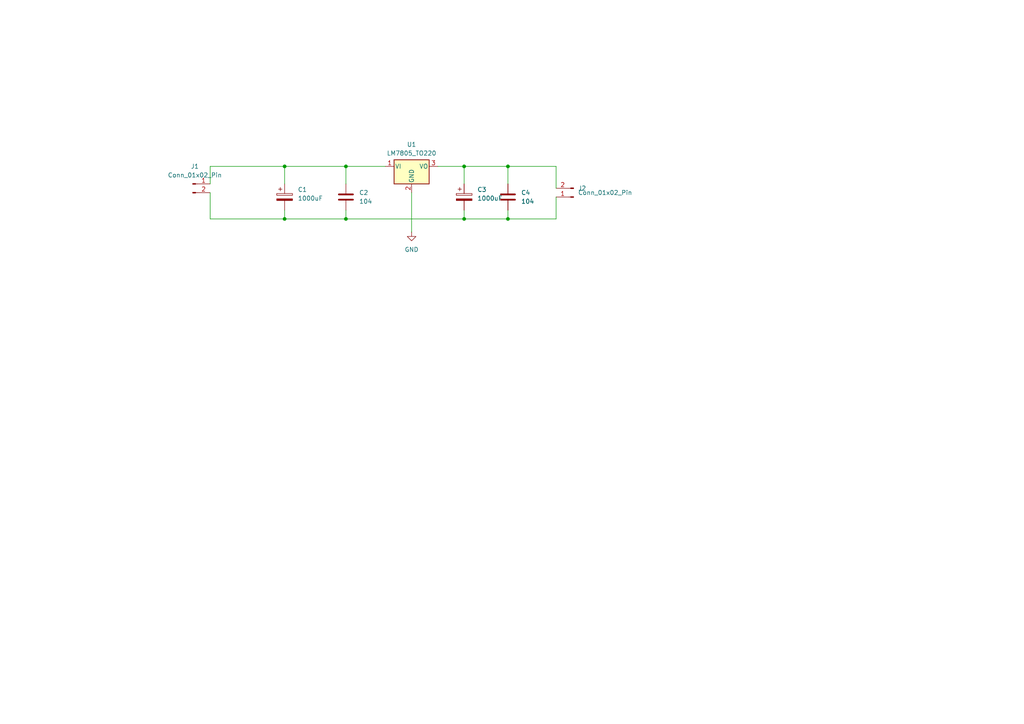
<source format=kicad_sch>
(kicad_sch (version 20250114) (generator "eeschema") (generator_version "9.0")
  (paper "A4")
  (lib_symbols
    (symbol "Connector:Conn_01x02_Pin" (pin_names (offset 1.016) (hide yes))
      (property "Reference" "J" (at 0 2.54 0))
      (property "Value" "Conn_01x02_Pin" (at 0 -5.08 0))
      (symbol "Conn_01x02_Pin_1_1"
        (rectangle (start 0.8636 0.127) (end 0 -0.127) (stroke (width 0.1524)) (fill (type outline)))
        (rectangle (start 0.8636 -2.413) (end 0 -2.667) (stroke (width 0.1524)) (fill (type outline)))
        (polyline (pts (xy 1.27 0) (xy 0.8636 0)) (stroke (width 0.1524)))
        (polyline (pts (xy 1.27 -2.54) (xy 0.8636 -2.54)) (stroke (width 0.1524)))
        (pin passive line (at 5.08 0 180) (length 3.81) (name "Pin_1") (number "1"))
        (pin passive line (at 5.08 -2.54 180) (length 3.81) (name "Pin_2") (number "2"))
      )
    )
    (symbol "Device:C" (pin_numbers (hide yes)) (pin_names (offset 0.254))
      (property "Reference" "C" (at 0.635 2.54 0))
      (property "Value" "C" (at 0.635 -2.54 0))
      (symbol "C_0_1"
        (polyline (pts (xy -2.032 0.762) (xy 2.032 0.762)) (stroke (width 0.508)))
        (polyline (pts (xy -2.032 -0.762) (xy 2.032 -0.762)) (stroke (width 0.508)))
      )
      (symbol "C_1_1"
        (pin passive line (at 0 3.81 270) (length 2.794) (name "~") (number "1"))
        (pin passive line (at 0 -3.81 90) (length 2.794) (name "~") (number "2"))
      )
    )
    (symbol "Device:C_Polarized" (pin_numbers (hide yes)) (pin_names (offset 0.254))
      (property "Reference" "C" (at 0.635 2.54 0))
      (property "Value" "C_Polarized" (at 0.635 -2.54 0))
      (symbol "C_Polarized_0_1"
        (rectangle (start -2.286 0.508) (end 2.286 1.016))
        (polyline (pts (xy -1.778 2.286) (xy -0.762 2.286)))
        (polyline (pts (xy -1.27 2.794) (xy -1.27 1.778)))
        (rectangle (start 2.286 -0.508) (end -2.286 -1.016) (fill (type outline)))
      )
      (symbol "C_Polarized_1_1"
        (pin passive line (at 0 3.81 270) (length 2.794) (name "~") (number "1"))
        (pin passive line (at 0 -3.81 90) (length 2.794) (name "~") (number "2"))
      )
    )
    (symbol "Regulator_Linear:LM7805_TO220" (pin_names (offset 0.254))
      (property "Reference" "U" (at -3.81 3.175 0))
      (property "Value" "LM7805_TO220" (at 0 3.175 0))
      (symbol "LM7805_TO220_0_1"
        (rectangle (start -5.08 1.905) (end 5.08 -5.08) (stroke (width 0.254)) (fill (type background)))
      )
      (symbol "LM7805_TO220_1_1"
        (pin power_in line (at -7.62 0 0) (length 2.54) (name "VI") (number "1"))
        (pin power_in line (at 0 -7.62 90) (length 2.54) (name "GND") (number "2"))
        (pin power_out line (at 7.62 0 180) (length 2.54) (name "VO") (number "3"))
      )
    )
    (symbol "power:GND" (power) (pin_numbers (hide yes)) (pin_names (offset 0) (hide yes))
      (property "Value" "GND" (at 0 -3.81 0))
      (symbol "GND_0_1"
        (polyline (pts (xy 0 0) (xy 0 -1.27) (xy 1.27 -1.27) (xy 0 -2.54) (xy -1.27 -1.27) (xy 0 -1.27)))
      )
      (symbol "GND_1_1"
        (pin power_in line (at 0 0 270) (length 0) (name "~") (number "1"))
      )
    )
  )
  (junction (at 100.33 48.26))
  (junction (at 147.32 48.26))
  (junction (at 82.55 63.5))
  (junction (at 147.32 63.5))
  (junction (at 82.55 48.26))
  (junction (at 134.62 48.26))
  (junction (at 134.62 63.5))
  (junction (at 100.33 63.5))
  (wire (pts (xy 147.32 48.26) (xy 147.32 53.34)))
  (wire (pts (xy 82.55 48.26) (xy 82.55 53.34)))
  (wire (pts (xy 147.32 60.96) (xy 147.32 63.5)))
  (wire (pts (xy 82.55 60.96) (xy 82.55 63.5)))
  (wire (pts (xy 161.29 63.5) (xy 161.29 57.15)))
  (wire (pts (xy 119.38 55.88) (xy 119.38 67.31)))
  (wire (pts (xy 60.96 63.5) (xy 82.55 63.5)))
  (wire (pts (xy 147.32 48.26) (xy 161.29 48.26)))
  (wire (pts (xy 100.33 48.26) (xy 111.76 48.26)))
  (wire (pts (xy 134.62 48.26) (xy 147.32 48.26)))
  (wire (pts (xy 60.96 53.34) (xy 60.96 48.26)))
  (wire (pts (xy 100.33 63.5) (xy 134.62 63.5)))
  (wire (pts (xy 134.62 63.5) (xy 147.32 63.5)))
  (wire (pts (xy 60.96 55.88) (xy 60.96 63.5)))
  (wire (pts (xy 147.32 63.5) (xy 161.29 63.5)))
  (wire (pts (xy 82.55 48.26) (xy 100.33 48.26)))
  (wire (pts (xy 134.62 48.26) (xy 134.62 53.34)))
  (wire (pts (xy 100.33 48.26) (xy 100.33 53.34)))
  (wire (pts (xy 161.29 48.26) (xy 161.29 54.61)))
  (wire (pts (xy 60.96 48.26) (xy 82.55 48.26)))
  (wire (pts (xy 82.55 63.5) (xy 100.33 63.5)))
  (wire (pts (xy 127 48.26) (xy 134.62 48.26)))
  (wire (pts (xy 134.62 60.96) (xy 134.62 63.5)))
  (wire (pts (xy 100.33 60.96) (xy 100.33 63.5)))
  (symbol (lib_id "Connector:Conn_01x02_Pin") (at 55.88 53.34 0) (unit 1)
    (property "Reference" "J1" (at 56.515 48.26 0))
    (property "Value" "Conn_01x02_Pin" (at 56.515 50.8 0))
    (property "Footprint" "Connector_JST:JST_EH_B2B-EH-A_1x02_P2.50mm_Vertical" (effects (hide yes)))
    (property "Description" "Generic connector, single row, 01x02, script generated" (effects (hide yes)))
  )
  (symbol (lib_id "Device:C_Polarized") (at 134.62 57.15 0) (unit 1)
    (property "Reference" "C3" (at 138.43 54.9909 0) (effects (justify left)))
    (property "Value" "1000uF" (at 138.43 57.5309 0) (effects (justify left)))
    (property "Footprint" "Capacitor_THT:CP_Radial_D10.0mm_P2.50mm" (effects (hide yes)))
    (property "Description" "Polarized capacitor" (effects (hide yes)))
  )
  (symbol (lib_id "Device:C") (at 147.32 57.15 0) (unit 1)
    (property "Reference" "C4" (at 151.13 55.8799 0) (effects (justify left)))
    (property "Value" "104" (at 151.13 58.4199 0) (effects (justify left)))
    (property "Footprint" "Capacitor_THT:C_Disc_D5.0mm_W2.5mm_P2.50mm" (effects (hide yes)))
    (property "Description" "Unpolarized capacitor" (effects (hide yes)))
  )
  (symbol (lib_id "Regulator_Linear:LM7805_TO220") (at 119.38 48.26 0) (unit 1)
    (property "Reference" "U1" (at 119.38 41.91 0))
    (property "Value" "LM7805_TO220" (at 119.38 44.45 0))
    (property "Footprint" "Package_TO_SOT_THT:TO-220-3_Vertical" (effects (hide yes)))
    (property "Datasheet" "https://www.onsemi.cn/PowerSolutions/document/MC7800-D.PDF" (effects (hide yes)))
    (property "Description" "Positive 1A 35V Linear Regulator, Fixed Output 5V, TO-220" (effects (hide yes)))
  )
  (symbol (lib_id "power:GND") (at 119.38 67.31 0) (unit 1)
    (property "Reference" "#PWR01" (effects (hide yes)))
    (property "Value" "GND" (at 119.38 72.39 0))
    (property "Description" "Power symbol creates a global label with name \"GND\" , ground" (effects (hide yes)))
  )
  (symbol (lib_id "Device:C_Polarized") (at 82.55 57.15 0) (unit 1)
    (property "Reference" "C1" (at 86.36 54.9909 0) (effects (justify left)))
    (property "Value" "1000uF" (at 86.36 57.5309 0) (effects (justify left)))
    (property "Footprint" "Capacitor_THT:CP_Radial_D10.0mm_P2.50mm" (effects (hide yes)))
  )
  (symbol (lib_id "Device:C") (at 100.33 57.15 0) (unit 1)
    (property "Reference" "C2" (at 104.14 55.8799 0) (effects (justify left)))
    (property "Value" "104" (at 104.14 58.4199 0) (effects (justify left)))
    (property "Footprint" "Capacitor_THT:C_Disc_D5.0mm_W2.5mm_P2.50mm" (effects (hide yes)))
    (property "Description" "Unpolarized capacitor" (effects (hide yes)))
  )
  (symbol (lib_id "Connector:Conn_01x02_Pin") (at 166.37 57.15 180) (unit 1)
    (property "Reference" "J2" (at 167.64 54.6099 0) (effects (justify right)))
    (property "Value" "Conn_01x02_Pin" (at 167.64 55.8799 0) (effects (justify right)))
    (property "Footprint" "Connector_JST:JST_EH_B2B-EH-A_1x02_P2.50mm_Vertical" (effects (hide yes)))
    (property "Description" "Generic connector, single row, 01x02, script generated" (effects (hide yes)))
  )
)
</source>
